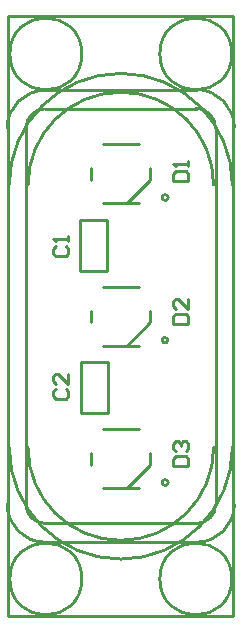
<source format=gto>
%FSLAX25Y25*%
%MOIN*%
G70*
G01*
G75*
G04 Layer_Color=65535*
%ADD10R,0.05906X0.05906*%
%ADD11R,0.08000X0.05000*%
%ADD12C,0.02500*%
%ADD13C,0.00100*%
%ADD14C,0.16500*%
%ADD15C,0.04000*%
%ADD16R,0.17716X0.12205*%
%ADD17C,0.01000*%
D13*
X500000Y400000D02*
Y600000D01*
Y400000D02*
X575000D01*
Y600000D01*
X500000D02*
X575000D01*
D17*
X524500Y587500D02*
G03*
X524500Y587500I-12000J0D01*
G01*
X574500D02*
G03*
X574500Y587500I-12000J0D01*
G01*
X500300Y456300D02*
G03*
X574700Y456300I37200J0D01*
G01*
X506550D02*
G03*
X568450Y456300I30950J0D01*
G01*
X499650Y437250D02*
G03*
X512150Y424750I12500J0D01*
G01*
X562850D02*
G03*
X575350Y437250I-0J12500D01*
G01*
X505900Y437250D02*
G03*
X512150Y431000I6250J0D01*
G01*
X562850D02*
G03*
X569100Y437250I-0J6250D01*
G01*
X574700Y543800D02*
G03*
X500300Y543800I-37200J0D01*
G01*
X568450D02*
G03*
X506550Y543800I-30950J0D01*
G01*
X575350Y562850D02*
G03*
X562860Y575695I-12850J0D01*
G01*
X512150Y575350D02*
G03*
X499650Y562850I0J-12500D01*
G01*
X569100D02*
G03*
X562685Y569447I-6600J0D01*
G01*
X512150Y569100D02*
G03*
X505900Y562850I0J-6250D01*
G01*
X553248Y539626D02*
G03*
X553248Y539626I-984J0D01*
G01*
Y492126D02*
G03*
X553248Y492126I-984J0D01*
G01*
Y444626D02*
G03*
X553248Y444626I-984J0D01*
G01*
X524500Y412500D02*
G03*
X524500Y412500I-12000J0D01*
G01*
X574500D02*
G03*
X574500Y412500I-12000J0D01*
G01*
X500000Y600000D02*
X575000D01*
Y400000D02*
Y600000D01*
X500000Y400000D02*
X575000D01*
X500000D02*
Y600000D01*
X569100Y437250D02*
Y562850D01*
X505900Y437250D02*
Y562850D01*
X512150Y424750D02*
X562850D01*
X512150Y431000D02*
X562850D01*
X512150Y575350D02*
X562850D01*
X512150Y569100D02*
X562850D01*
X547342Y545532D02*
Y549469D01*
X527658Y545532D02*
Y549469D01*
X531595Y537657D02*
X543405D01*
X531595Y557342D02*
X543405D01*
X539468Y537657D02*
X547342Y545532D01*
Y498032D02*
Y501968D01*
X527658Y498032D02*
Y501968D01*
X531595Y490158D02*
X543405D01*
X531595Y509842D02*
X543405D01*
X539468Y490158D02*
X547342Y498032D01*
Y450531D02*
Y454468D01*
X527658Y450531D02*
Y454468D01*
X531595Y442658D02*
X543405D01*
X531595Y462343D02*
X543405D01*
X539468Y442658D02*
X547342Y450531D01*
X523784Y515184D02*
Y532216D01*
Y515184D02*
X532816D01*
Y532216D01*
X523784D02*
X532816D01*
X524084Y467684D02*
Y484716D01*
Y467684D02*
X533116D01*
Y484716D01*
X524084D02*
X533116D01*
X515835Y523332D02*
X515002Y522499D01*
Y520833D01*
X515835Y520000D01*
X519167D01*
X520000Y520833D01*
Y522499D01*
X519167Y523332D01*
X520000Y524998D02*
Y526664D01*
Y525831D01*
X515002D01*
X515835Y524998D01*
Y475832D02*
X515002Y474999D01*
Y473333D01*
X515835Y472500D01*
X519167D01*
X520000Y473333D01*
Y474999D01*
X519167Y475832D01*
X520000Y480831D02*
Y477498D01*
X516668Y480831D01*
X515835D01*
X515002Y479998D01*
Y478331D01*
X515835Y477498D01*
X555002Y545000D02*
X560000D01*
Y547499D01*
X559167Y548332D01*
X555835D01*
X555002Y547499D01*
Y545000D01*
X560000Y549998D02*
Y551664D01*
Y550831D01*
X555002D01*
X555835Y549998D01*
X555002Y497500D02*
X560000D01*
Y499999D01*
X559167Y500832D01*
X555835D01*
X555002Y499999D01*
Y497500D01*
X560000Y505831D02*
Y502498D01*
X556668Y505831D01*
X555835D01*
X555002Y504998D01*
Y503331D01*
X555835Y502498D01*
X555002Y450000D02*
X560000D01*
Y452499D01*
X559167Y453332D01*
X555835D01*
X555002Y452499D01*
Y450000D01*
X555835Y454998D02*
X555002Y455831D01*
Y457498D01*
X555835Y458331D01*
X556668D01*
X557501Y457498D01*
Y456665D01*
Y457498D01*
X558334Y458331D01*
X559167D01*
X560000Y457498D01*
Y455831D01*
X559167Y454998D01*
M02*

</source>
